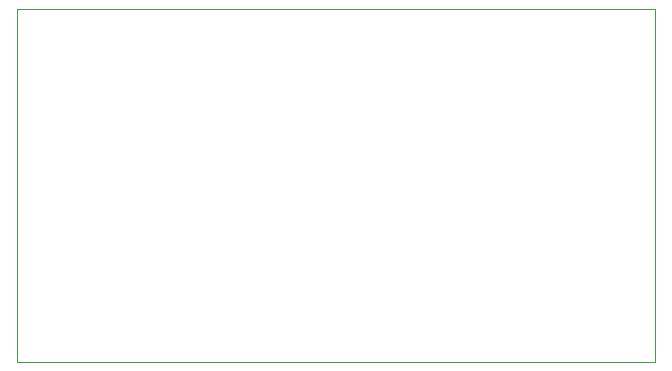
<source format=gm1>
G04 #@! TF.FileFunction,Profile,NP*
%FSLAX46Y46*%
G04 Gerber Fmt 4.6, Leading zero omitted, Abs format (unit mm)*
G04 Created by KiCad (PCBNEW 4.0.7) date Tuesday, December 19, 2017 'PMt' 12:55:26 PM*
%MOMM*%
%LPD*%
G01*
G04 APERTURE LIST*
%ADD10C,0.100000*%
G04 APERTURE END LIST*
D10*
X109969300Y-63207900D02*
X109943900Y-63207900D01*
X109969300Y-93078300D02*
X109969300Y-63207900D01*
X164020500Y-93078300D02*
X109969300Y-93078300D01*
X164020500Y-63207900D02*
X164020500Y-93078300D01*
X109969300Y-63207900D02*
X164020500Y-63207900D01*
M02*

</source>
